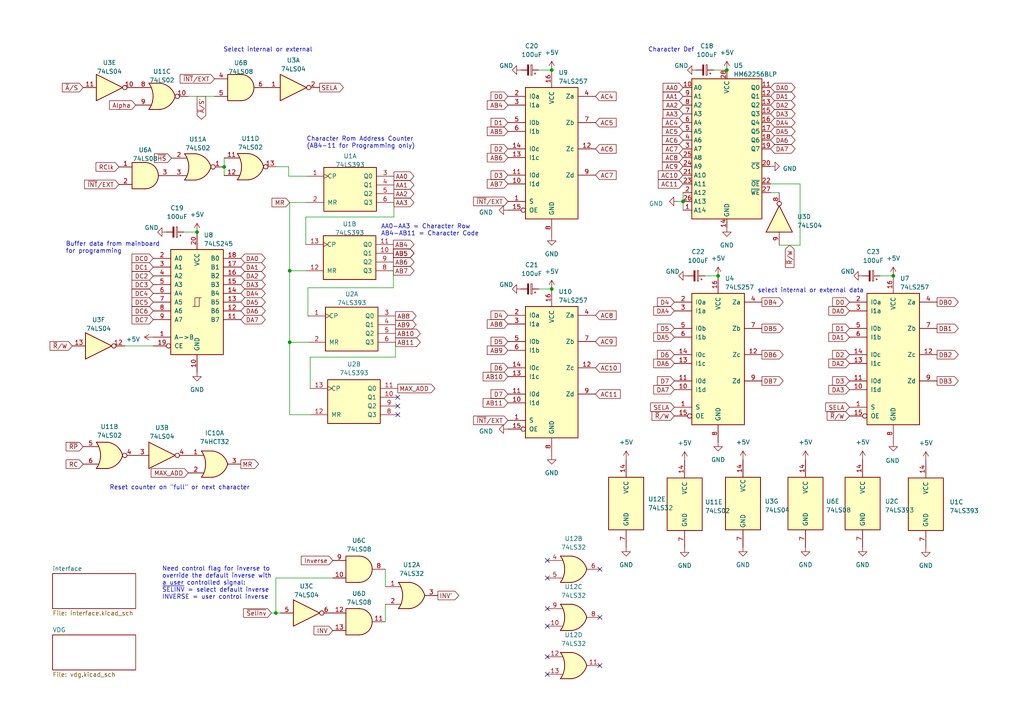
<source format=kicad_sch>
(kicad_sch (version 20230121) (generator eeschema)
  (paper "A4")
  (title_block (date "2023-07-31"))
  (lib_symbols
    (symbol "74xx:74LS02" (pin_names (offset 1.016))
      (property "Reference" "U" (at 0 1.27 0))
      (property "Value" "74LS02" (at 0 -1.27 0))
      (symbol "74LS02_1_1"
        (pin output inverted (at 7.62 0 180) (length 3.81) (name "~") (number "1"))
        (pin input line (at -7.62 2.54 0) (length 4.318) (name "~") (number "2"))
        (pin input line (at -7.62 -2.54 0) (length 4.318) (name "~") (number "3"))
      )
      (symbol "74LS02_1_2"
        (pin output line (at 7.62 0 180) (length 3.81) (name "~") (number "1"))
        (pin input inverted (at -7.62 2.54 0) (length 3.81) (name "~") (number "2"))
        (pin input inverted (at -7.62 -2.54 0) (length 3.81) (name "~") (number "3"))
      )
      (symbol "74LS02_2_1"
        (pin output inverted (at 7.62 0 180) (length 3.81) (name "~") (number "4"))
        (pin input line (at -7.62 2.54 0) (length 4.318) (name "~") (number "5"))
        (pin input line (at -7.62 -2.54 0) (length 4.318) (name "~") (number "6"))
      )
      (symbol "74LS02_2_2"
        (pin output line (at 7.62 0 180) (length 3.81) (name "~") (number "4"))
        (pin input inverted (at -7.62 2.54 0) (length 3.81) (name "~") (number "5"))
        (pin input inverted (at -7.62 -2.54 0) (length 3.81) (name "~") (number "6"))
      )
      (symbol "74LS02_3_1"
        (pin output inverted (at 7.62 0 180) (length 3.81) (name "~") (number "10"))
        (pin input line (at -7.62 2.54 0) (length 4.318) (name "~") (number "8"))
        (pin input line (at -7.62 -2.54 0) (length 4.318) (name "~") (number "9"))
      )
      (symbol "74LS02_3_2"
        (pin output line (at 7.62 0 180) (length 3.81) (name "~") (number "10"))
        (pin input inverted (at -7.62 2.54 0) (length 3.81) (name "~") (number "8"))
        (pin input inverted (at -7.62 -2.54 0) (length 3.81) (name "~") (number "9"))
      )
      (symbol "74LS02_4_1"
        (pin input line (at -7.62 2.54 0) (length 4.318) (name "~") (number "11"))
        (pin input line (at -7.62 -2.54 0) (length 4.318) (name "~") (number "12"))
        (pin output inverted (at 7.62 0 180) (length 3.81) (name "~") (number "13"))
      )
      (symbol "74LS02_4_2"
        (pin input inverted (at -7.62 2.54 0) (length 3.81) (name "~") (number "11"))
        (pin input inverted (at -7.62 -2.54 0) (length 3.81) (name "~") (number "12"))
        (pin output line (at 7.62 0 180) (length 3.81) (name "~") (number "13"))
      )
      (symbol "74LS02_5_0"
        (pin power_in line (at 0 12.7 270) (length 5.08) (name "VCC") (number "14"))
        (pin power_in line (at 0 -12.7 90) (length 5.08) (name "GND") (number "7"))
      )
    )
    (symbol "74xx:74LS04"
      (property "Reference" "U" (at 0 1.27 0))
      (property "Value" "74LS04" (at 0 -1.27 0))
      (symbol "74LS04_1_0"
        (pin input line (at -7.62 0 0) (length 3.81) (name "~") (number "1"))
        (pin output inverted (at 7.62 0 180) (length 3.81) (name "~") (number "2"))
      )
      (symbol "74LS04_2_0"
        (pin input line (at -7.62 0 0) (length 3.81) (name "~") (number "3"))
        (pin output inverted (at 7.62 0 180) (length 3.81) (name "~") (number "4"))
      )
      (symbol "74LS04_3_0"
        (pin input line (at -7.62 0 0) (length 3.81) (name "~") (number "5"))
        (pin output inverted (at 7.62 0 180) (length 3.81) (name "~") (number "6"))
      )
      (symbol "74LS04_4_0"
        (pin output inverted (at 7.62 0 180) (length 3.81) (name "~") (number "8"))
        (pin input line (at -7.62 0 0) (length 3.81) (name "~") (number "9"))
      )
      (symbol "74LS04_5_0"
        (pin output inverted (at 7.62 0 180) (length 3.81) (name "~") (number "10"))
        (pin input line (at -7.62 0 0) (length 3.81) (name "~") (number "11"))
      )
      (symbol "74LS04_6_0"
        (pin output inverted (at 7.62 0 180) (length 3.81) (name "~") (number "12"))
        (pin input line (at -7.62 0 0) (length 3.81) (name "~") (number "13"))
      )
      (symbol "74LS04_7_0"
        (pin power_in line (at 0 12.7 270) (length 5.08) (name "VCC") (number "14"))
        (pin power_in line (at 0 -12.7 90) (length 5.08) (name "GND") (number "7"))
      )
    )
    (symbol "74xx:74LS08" (pin_names (offset 1.016))
      (property "Reference" "U" (at 0 1.27 0))
      (property "Value" "74LS08" (at 0 -1.27 0))
      (symbol "74LS08_1_1"
        (pin input line (at -7.62 2.54 0) (length 3.81) (name "~") (number "1"))
        (pin input line (at -7.62 -2.54 0) (length 3.81) (name "~") (number "2"))
        (pin output line (at 7.62 0 180) (length 3.81) (name "~") (number "3"))
      )
      (symbol "74LS08_1_2"
        (pin input inverted (at -7.62 2.54 0) (length 4.318) (name "~") (number "1"))
        (pin input inverted (at -7.62 -2.54 0) (length 4.318) (name "~") (number "2"))
        (pin output inverted (at 7.62 0 180) (length 3.81) (name "~") (number "3"))
      )
      (symbol "74LS08_2_1"
        (pin input line (at -7.62 2.54 0) (length 3.81) (name "~") (number "4"))
        (pin input line (at -7.62 -2.54 0) (length 3.81) (name "~") (number "5"))
        (pin output line (at 7.62 0 180) (length 3.81) (name "~") (number "6"))
      )
      (symbol "74LS08_2_2"
        (pin input inverted (at -7.62 2.54 0) (length 4.318) (name "~") (number "4"))
        (pin input inverted (at -7.62 -2.54 0) (length 4.318) (name "~") (number "5"))
        (pin output inverted (at 7.62 0 180) (length 3.81) (name "~") (number "6"))
      )
      (symbol "74LS08_3_1"
        (pin input line (at -7.62 -2.54 0) (length 3.81) (name "~") (number "10"))
        (pin output line (at 7.62 0 180) (length 3.81) (name "~") (number "8"))
        (pin input line (at -7.62 2.54 0) (length 3.81) (name "~") (number "9"))
      )
      (symbol "74LS08_3_2"
        (pin input inverted (at -7.62 -2.54 0) (length 4.318) (name "~") (number "10"))
        (pin output inverted (at 7.62 0 180) (length 3.81) (name "~") (number "8"))
        (pin input inverted (at -7.62 2.54 0) (length 4.318) (name "~") (number "9"))
      )
      (symbol "74LS08_4_1"
        (pin output line (at 7.62 0 180) (length 3.81) (name "~") (number "11"))
        (pin input line (at -7.62 2.54 0) (length 3.81) (name "~") (number "12"))
        (pin input line (at -7.62 -2.54 0) (length 3.81) (name "~") (number "13"))
      )
      (symbol "74LS08_4_2"
        (pin output inverted (at 7.62 0 180) (length 3.81) (name "~") (number "11"))
        (pin input inverted (at -7.62 2.54 0) (length 4.318) (name "~") (number "12"))
        (pin input inverted (at -7.62 -2.54 0) (length 4.318) (name "~") (number "13"))
      )
      (symbol "74LS08_5_0"
        (pin power_in line (at 0 12.7 270) (length 5.08) (name "VCC") (number "14"))
        (pin power_in line (at 0 -12.7 90) (length 5.08) (name "GND") (number "7"))
      )
    )
    (symbol "74xx:74LS245" (pin_names (offset 1.016))
      (property "Reference" "U" (at -7.62 16.51 0))
      (property "Value" "74LS245" (at -7.62 -16.51 0))
      (symbol "74LS245_1_0"
        (pin input line (at -12.7 -10.16 0) (length 5.08) (name "A->B") (number "1"))
        (pin power_in line (at 0 -20.32 90) (length 5.08) (name "GND") (number "10"))
        (pin tri_state line (at 12.7 -5.08 180) (length 5.08) (name "B7") (number "11"))
        (pin tri_state line (at 12.7 -2.54 180) (length 5.08) (name "B6") (number "12"))
        (pin tri_state line (at 12.7 0 180) (length 5.08) (name "B5") (number "13"))
        (pin tri_state line (at 12.7 2.54 180) (length 5.08) (name "B4") (number "14"))
        (pin tri_state line (at 12.7 5.08 180) (length 5.08) (name "B3") (number "15"))
        (pin tri_state line (at 12.7 7.62 180) (length 5.08) (name "B2") (number "16"))
        (pin tri_state line (at 12.7 10.16 180) (length 5.08) (name "B1") (number "17"))
        (pin tri_state line (at 12.7 12.7 180) (length 5.08) (name "B0") (number "18"))
        (pin input inverted (at -12.7 -12.7 0) (length 5.08) (name "CE") (number "19"))
        (pin tri_state line (at -12.7 12.7 0) (length 5.08) (name "A0") (number "2"))
        (pin power_in line (at 0 20.32 270) (length 5.08) (name "VCC") (number "20"))
        (pin tri_state line (at -12.7 10.16 0) (length 5.08) (name "A1") (number "3"))
        (pin tri_state line (at -12.7 7.62 0) (length 5.08) (name "A2") (number "4"))
        (pin tri_state line (at -12.7 5.08 0) (length 5.08) (name "A3") (number "5"))
        (pin tri_state line (at -12.7 2.54 0) (length 5.08) (name "A4") (number "6"))
        (pin tri_state line (at -12.7 0 0) (length 5.08) (name "A5") (number "7"))
        (pin tri_state line (at -12.7 -2.54 0) (length 5.08) (name "A6") (number "8"))
        (pin tri_state line (at -12.7 -5.08 0) (length 5.08) (name "A7") (number "9"))
      )
    )
    (symbol "74xx:74LS257" (pin_names (offset 1.016))
      (property "Reference" "U" (at -7.62 19.05 0))
      (property "Value" "74LS257" (at -7.62 -21.59 0))
      (symbol "74LS257_1_0"
        (pin input line (at -12.7 -15.24 0) (length 5.08) (name "S") (number "1"))
        (pin input line (at -12.7 -10.16 0) (length 5.08) (name "I1d") (number "10"))
        (pin input line (at -12.7 -7.62 0) (length 5.08) (name "I0d") (number "11"))
        (pin tri_state line (at 12.7 0 180) (length 5.08) (name "Zc") (number "12"))
        (pin input line (at -12.7 -2.54 0) (length 5.08) (name "I1c") (number "13"))
        (pin input line (at -12.7 0 0) (length 5.08) (name "I0c") (number "14"))
        (pin input inverted (at -12.7 -17.78 0) (length 5.08) (name "OE") (number "15"))
        (pin power_in line (at 0 22.86 270) (length 5.08) (name "VCC") (number "16"))
        (pin input line (at -12.7 15.24 0) (length 5.08) (name "I0a") (number "2"))
        (pin input line (at -12.7 12.7 0) (length 5.08) (name "I1a") (number "3"))
        (pin tri_state line (at 12.7 15.24 180) (length 5.08) (name "Za") (number "4"))
        (pin input line (at -12.7 7.62 0) (length 5.08) (name "I0b") (number "5"))
        (pin input line (at -12.7 5.08 0) (length 5.08) (name "I1b") (number "6"))
        (pin tri_state line (at 12.7 7.62 180) (length 5.08) (name "Zb") (number "7"))
        (pin power_in line (at 0 -25.4 90) (length 5.08) (name "GND") (number "8"))
        (pin tri_state line (at 12.7 -7.62 180) (length 5.08) (name "Zd") (number "9"))
      )
    )
    (symbol "74xx:74LS32" (pin_names (offset 1.016))
      (property "Reference" "U" (at 0 1.27 0))
      (property "Value" "74LS32" (at 0 -1.27 0))
      (symbol "74LS32_1_1"
        (pin input line (at -7.62 2.54 0) (length 4.318) (name "~") (number "1"))
        (pin input line (at -7.62 -2.54 0) (length 4.318) (name "~") (number "2"))
        (pin output line (at 7.62 0 180) (length 3.81) (name "~") (number "3"))
      )
      (symbol "74LS32_1_2"
        (pin input inverted (at -7.62 2.54 0) (length 3.81) (name "~") (number "1"))
        (pin input inverted (at -7.62 -2.54 0) (length 3.81) (name "~") (number "2"))
        (pin output inverted (at 7.62 0 180) (length 3.81) (name "~") (number "3"))
      )
      (symbol "74LS32_2_1"
        (pin input line (at -7.62 2.54 0) (length 4.318) (name "~") (number "4"))
        (pin input line (at -7.62 -2.54 0) (length 4.318) (name "~") (number "5"))
        (pin output line (at 7.62 0 180) (length 3.81) (name "~") (number "6"))
      )
      (symbol "74LS32_2_2"
        (pin input inverted (at -7.62 2.54 0) (length 3.81) (name "~") (number "4"))
        (pin input inverted (at -7.62 -2.54 0) (length 3.81) (name "~") (number "5"))
        (pin output inverted (at 7.62 0 180) (length 3.81) (name "~") (number "6"))
      )
      (symbol "74LS32_3_1"
        (pin input line (at -7.62 -2.54 0) (length 4.318) (name "~") (number "10"))
        (pin output line (at 7.62 0 180) (length 3.81) (name "~") (number "8"))
        (pin input line (at -7.62 2.54 0) (length 4.318) (name "~") (number "9"))
      )
      (symbol "74LS32_3_2"
        (pin input inverted (at -7.62 -2.54 0) (length 3.81) (name "~") (number "10"))
        (pin output inverted (at 7.62 0 180) (length 3.81) (name "~") (number "8"))
        (pin input inverted (at -7.62 2.54 0) (length 3.81) (name "~") (number "9"))
      )
      (symbol "74LS32_4_1"
        (pin output line (at 7.62 0 180) (length 3.81) (name "~") (number "11"))
        (pin input line (at -7.62 2.54 0) (length 4.318) (name "~") (number "12"))
        (pin input line (at -7.62 -2.54 0) (length 4.318) (name "~") (number "13"))
      )
      (symbol "74LS32_4_2"
        (pin output inverted (at 7.62 0 180) (length 3.81) (name "~") (number "11"))
        (pin input inverted (at -7.62 2.54 0) (length 3.81) (name "~") (number "12"))
        (pin input inverted (at -7.62 -2.54 0) (length 3.81) (name "~") (number "13"))
      )
      (symbol "74LS32_5_0"
        (pin power_in line (at 0 12.7 270) (length 5.08) (name "VCC") (number "14"))
        (pin power_in line (at 0 -12.7 90) (length 5.08) (name "GND") (number "7"))
      )
    )
    (symbol "74xx:74LS393" (pin_names (offset 1.016))
      (property "Reference" "U" (at -7.62 8.89 0))
      (property "Value" "74LS393" (at -7.62 -8.89 0))
      (symbol "74LS393_1_0"
        (pin input clock (at -12.7 2.54 0) (length 5.08) (name "CP") (number "1"))
        (pin input line (at -12.7 -5.08 0) (length 5.08) (name "MR") (number "2"))
        (pin output line (at 12.7 2.54 180) (length 5.08) (name "Q0") (number "3"))
        (pin output line (at 12.7 0 180) (length 5.08) (name "Q1") (number "4"))
        (pin output line (at 12.7 -2.54 180) (length 5.08) (name "Q2") (number "5"))
        (pin output line (at 12.7 -5.08 180) (length 5.08) (name "Q3") (number "6"))
      )
      (symbol "74LS393_2_0"
        (pin output line (at 12.7 0 180) (length 5.08) (name "Q1") (number "10"))
        (pin output line (at 12.7 2.54 180) (length 5.08) (name "Q0") (number "11"))
        (pin input line (at -12.7 -5.08 0) (length 5.08) (name "MR") (number "12"))
        (pin input clock (at -12.7 2.54 0) (length 5.08) (name "CP") (number "13"))
        (pin output line (at 12.7 -5.08 180) (length 5.08) (name "Q3") (number "8"))
        (pin output line (at 12.7 -2.54 180) (length 5.08) (name "Q2") (number "9"))
      )
      (symbol "74LS393_3_0"
        (pin power_in line (at 0 12.7 270) (length 5.08) (name "VCC") (number "14"))
        (pin power_in line (at 0 -12.7 90) (length 5.08) (name "GND") (number "7"))
      )
    )
    (symbol "Device:C_Polarized_Small" (pin_numbers hide) (pin_names (offset 0.254) hide)
      (property "Reference" "C" (at 0.254 1.778 0))
      (property "Value" "C_Polarized_Small" (at 0.254 -2.032 0))
      (symbol "C_Polarized_Small_1_1"
        (pin passive line (at 0 2.54 270) (length 1.8542) (name "~") (number "1"))
        (pin passive line (at 0 -2.54 90) (length 1.8542) (name "~") (number "2"))
      )
    )
    (symbol "Memory_RAM:HM62256BLP"
      (property "Reference" "U" (at -10.16 20.955 0))
      (property "Value" "HM62256BLP" (at 2.54 20.955 0))
      (symbol "HM62256BLP_0_0"
        (pin power_in line (at 0 -22.86 90) (length 2.54) (name "GND") (number "14"))
        (pin power_in line (at 0 22.86 270) (length 2.54) (name "VCC") (number "28"))
      )
      (symbol "HM62256BLP_1_1"
        (pin input line (at -12.7 -17.78 0) (length 2.54) (name "A14") (number "1"))
        (pin input line (at -12.7 17.78 0) (length 2.54) (name "A0") (number "10"))
        (pin tri_state line (at 12.7 17.78 180) (length 2.54) (name "Q0") (number "11"))
        (pin tri_state line (at 12.7 15.24 180) (length 2.54) (name "Q1") (number "12"))
        (pin tri_state line (at 12.7 12.7 180) (length 2.54) (name "Q2") (number "13"))
        (pin tri_state line (at 12.7 10.16 180) (length 2.54) (name "Q3") (number "15"))
        (pin tri_state line (at 12.7 7.62 180) (length 2.54) (name "Q4") (number "16"))
        (pin tri_state line (at 12.7 5.08 180) (length 2.54) (name "Q5") (number "17"))
        (pin tri_state line (at 12.7 2.54 180) (length 2.54) (name "Q6") (number "18"))
        (pin tri_state line (at 12.7 0 180) (length 2.54) (name "Q7") (number "19"))
        (pin input line (at -12.7 -12.7 0) (length 2.54) (name "A12") (number "2"))
        (pin input line (at 12.7 -5.08 180) (length 2.54) (name "~{CS}") (number "20"))
        (pin input line (at -12.7 -7.62 0) (length 2.54) (name "A10") (number "21"))
        (pin input line (at 12.7 -10.16 180) (length 2.54) (name "~{OE}") (number "22"))
        (pin input line (at -12.7 -10.16 0) (length 2.54) (name "A11") (number "23"))
        (pin input line (at -12.7 -5.08 0) (length 2.54) (name "A9") (number "24"))
        (pin input line (at -12.7 -2.54 0) (length 2.54) (name "A8") (number "25"))
        (pin input line (at -12.7 -15.24 0) (length 2.54) (name "A13") (number "26"))
        (pin input line (at 12.7 -12.7 180) (length 2.54) (name "~{WE}") (number "27"))
        (pin input line (at -12.7 0 0) (length 2.54) (name "A7") (number "3"))
        (pin input line (at -12.7 2.54 0) (length 2.54) (name "A6") (number "4"))
        (pin input line (at -12.7 5.08 0) (length 2.54) (name "A5") (number "5"))
        (pin input line (at -12.7 7.62 0) (length 2.54) (name "A4") (number "6"))
        (pin input line (at -12.7 10.16 0) (length 2.54) (name "A3") (number "7"))
        (pin input line (at -12.7 12.7 0) (length 2.54) (name "A2") (number "8"))
        (pin input line (at -12.7 15.24 0) (length 2.54) (name "A1") (number "9"))
      )
    )
    (symbol "power:+5V" (power) (pin_names (offset 0))
      (property "Value" "+5V" (at 0 3.556 0))
      (symbol "+5V_1_1"
        (pin power_in line (at 0 0 90) (length 0) hide (name "+5V") (number "1"))
      )
    )
    (symbol "power:GND" (power) (pin_names (offset 0))
      (property "Value" "GND" (at 0 -3.81 0))
      (symbol "GND_1_1"
        (pin power_in line (at 0 0 270) (length 0) hide (name "GND") (number "1"))
      )
    )
  )
  (junction (at 84.0172 78.5368))
  (junction (at 160.02 83.82))
  (junction (at 208.28 80.01))
  (junction (at 80.01 177.8))
  (junction (at 210.82 20.32))
  (junction (at 65.024 48.4124))
  (junction (at 198.12 58.42))
  (junction (at 259.08 80.01))
  (junction (at 160.02 20.32))
  (junction (at 57.15 67.31))
  (junction (at 84.0172 99.2632))
  (no_connect (at 115.3668 115.2144))
  (no_connect (at 115.3668 120.2944))
  (no_connect (at 158.75 190.5))
  (no_connect (at 158.75 176.53))
  (no_connect (at 173.99 193.04))
  (no_connect (at 158.75 181.61))
  (no_connect (at 158.75 162.56))
  (no_connect (at 115.3668 117.7544))
  (no_connect (at 173.99 179.07))
  (no_connect (at 158.75 167.64))
  (no_connect (at 173.99 165.1))
  (no_connect (at 158.75 195.58))
  (wire (pts (xy 85.729 58.7395) (xy 85.729 58.7248)))
  (wire (pts (xy 85.729 58.7248) (xy 88.8492 58.7248)))
  (wire (pts (xy 255.27 80.01) (xy 259.08 80.01)))
  (wire (pts (xy 114.0968 83.4644) (xy 114.0968 78.5368)))
  (wire (pts (xy 156.21 83.82) (xy 160.02 83.82)))
  (wire (pts (xy 114.2492 58.7248) (xy 114.2492 62.9412)))
  (wire (pts (xy 89.3064 83.4644) (xy 114.0968 83.4644)))
  (wire (pts (xy 196.6976 58.42) (xy 198.12 58.42)))
  (wire (pts (xy 84.0172 62.0776) (xy 84.0172 78.5368)))
  (wire (pts (xy 88.6968 62.9412) (xy 88.6968 70.9168)))
  (wire (pts (xy 80.264 48.3616) (xy 83.7184 48.3616)))
  (wire (pts (xy 65.024 45.8216) (xy 65.024 48.4124)))
  (wire (pts (xy 111.76 175.26) (xy 111.76 180.34)))
  (wire (pts (xy 80.01 167.64) (xy 80.01 177.8)))
  (wire (pts (xy 84.0311 62.0776) (xy 84.0311 58.7395)))
  (wire (pts (xy 156.21 20.32) (xy 160.02 20.32)))
  (wire (pts (xy 84.0172 99.2632) (xy 84.0172 120.2944)))
  (wire (pts (xy 83.7184 48.3616) (xy 83.7184 51.1048)))
  (wire (pts (xy 89.3064 91.6432) (xy 89.3064 83.4644)))
  (wire (pts (xy 83.7184 51.1048) (xy 88.8492 51.1048)))
  (wire (pts (xy 84.0172 62.0776) (xy 84.0311 62.0776)))
  (wire (pts (xy 78.74 177.8) (xy 80.01 177.8)))
  (wire (pts (xy 84.0311 58.7395) (xy 85.729 58.7395)))
  (wire (pts (xy 96.52 167.64) (xy 80.01 167.64)))
  (wire (pts (xy 207.01 20.32) (xy 210.82 20.32)))
  (wire (pts (xy 111.76 165.1) (xy 111.76 170.18)))
  (wire (pts (xy 223.52 53.34) (xy 232.0544 53.34)))
  (wire (pts (xy 89.9668 112.6744) (xy 89.9668 103.5812)))
  (wire (pts (xy 198.12 55.88) (xy 198.12 58.42)))
  (wire (pts (xy 65.024 48.4124) (xy 65.024 50.9016)))
  (wire (pts (xy 54.61 27.94) (xy 62.23 27.94)))
  (wire (pts (xy 204.47 80.01) (xy 208.28 80.01)))
  (wire (pts (xy 114.2492 62.9412) (xy 88.6968 62.9412)))
  (wire (pts (xy 84.0172 120.2944) (xy 89.9668 120.2944)))
  (wire (pts (xy 232.0544 53.34) (xy 232.0544 71.12)))
  (wire (pts (xy 84.0172 78.5368) (xy 84.0172 99.2632)))
  (wire (pts (xy 53.34 67.31) (xy 57.15 67.31)))
  (wire (pts (xy 89.9668 103.5812) (xy 114.7064 103.5812)))
  (wire (pts (xy 36.2204 100.33) (xy 44.45 100.33)))
  (wire (pts (xy 114.7064 103.5812) (xy 114.7064 99.2632)))
  (wire (pts (xy 65.024 48.4124) (xy 64.9732 48.4124)))
  (wire (pts (xy 232.0544 71.12) (xy 226.0092 71.12)))
  (wire (pts (xy 198.12 58.42) (xy 198.12 60.96)))
  (wire (pts (xy 80.01 177.8) (xy 81.28 177.8)))
  (wire (pts (xy 84.0172 99.2632) (xy 89.3064 99.2632)))
  (wire (pts (xy 84.0172 78.5368) (xy 88.6968 78.5368)))
  (wire (pts (xy 226.0092 55.88) (xy 223.52 55.88)))
  (text "Character Def" (at 187.96 15.24 0) (effects (font (size 1.27 1.27)) (justify left bottom)))
  (text "Buffer data from mainboard\nfor programming" (at 19.05 73.66 0) (effects (font (size 1.27 1.27)) (justify left bottom)))
  (text "Reset counter on \"full\" or next character" (at 31.75 142.24 0) (effects (font (size 1.27 1.27)) (justify left bottom)))
  (text "Select internal or external" (at 64.77 15.24 0) (effects (font (size 1.27 1.27)) (justify left bottom)))
  (text "select internal or external data" (at 219.71 85.09 0) (effects (font (size 1.27 1.27)) (justify left bottom)))
  (text "Need control flag for inverse to\noverride the default inverse with\na user controlled signal:\n~{SELINV} = select default inverse\nINVERSE = user control inverse" (at 46.99 173.99 0) (effects (font (size 1.27 1.27)) (justify left bottom)))
  (text "AA0-AA3 = Character Row\nAB4-AB11 = Character Code" (at 110.49 68.58 0) (effects (font (size 1.27 1.27)) (justify left bottom)))
  (text "Character Rom Address Counter\n(AB4-11 for Programming only)" (at 88.9 43.18 0) (effects (font (size 1.27 1.27)) (justify left bottom)))
  (global_label "SELA" (shape output) (at 92.71 25.4 0) (property "Intersheetrefs" "${INTERSHEET_REFS}" (effects hide)))
  (global_label "DB6" (shape output) (at 220.98 102.87 0) (property "Intersheetrefs" "${INTERSHEET_REFS}" (effects hide)))
  (global_label "D6" (shape input) (at 147.32 106.68 180) (property "Intersheetrefs" "${INTERSHEET_REFS}" (effects hide)))
  (global_label "AC9" (shape input) (at 198.12 48.26 180) (property "Intersheetrefs" "${INTERSHEET_REFS}" (effects hide)))
  (global_label "AB7" (shape input) (at 147.32 53.34 180) (property "Intersheetrefs" "${INTERSHEET_REFS}" (effects hide)))
  (global_label "MAX_ADD" (shape input) (at 54.61 137.16 180) (property "Intersheetrefs" "${INTERSHEET_REFS}" (effects hide)))
  (global_label "AC11" (shape input) (at 172.72 114.3 0) (property "Intersheetrefs" "${INTERSHEET_REFS}" (effects hide)))
  (global_label "~{R}{slash}W" (shape input) (at 20.9804 100.33 180) (property "Intersheetrefs" "${INTERSHEET_REFS}" (effects hide)))
  (global_label "DA6" (shape input) (at 195.58 105.41 180) (property "Intersheetrefs" "${INTERSHEET_REFS}" (effects hide)))
  (global_label "D4" (shape input) (at 195.58 87.63 180) (property "Intersheetrefs" "${INTERSHEET_REFS}" (effects hide)))
  (global_label "MR" (shape input) (at 84.0311 58.7395 180) (property "Intersheetrefs" "${INTERSHEET_REFS}" (effects hide)))
  (global_label "~{R}{slash}W" (shape input) (at 246.38 120.65 180) (property "Intersheetrefs" "${INTERSHEET_REFS}" (effects hide)))
  (global_label "AC10" (shape input) (at 198.12 50.8 180) (property "Intersheetrefs" "${INTERSHEET_REFS}" (effects hide)))
  (global_label "DB3" (shape output) (at 271.78 110.49 0) (property "Intersheetrefs" "${INTERSHEET_REFS}" (effects hide)))
  (global_label "DA5" (shape input) (at 195.58 97.79 180) (property "Intersheetrefs" "${INTERSHEET_REFS}" (effects hide)))
  (global_label "DA3" (shape input) (at 246.38 113.03 180) (property "Intersheetrefs" "${INTERSHEET_REFS}" (effects hide)))
  (global_label "AB9" (shape output) (at 114.7064 94.1832 0) (property "Intersheetrefs" "${INTERSHEET_REFS}" (effects hide)))
  (global_label "AA1" (shape output) (at 114.2492 53.6448 0) (property "Intersheetrefs" "${INTERSHEET_REFS}" (effects hide)))
  (global_label "AC8" (shape input) (at 172.72 91.44 0) (property "Intersheetrefs" "${INTERSHEET_REFS}" (effects hide)))
  (global_label "DA3" (shape bidirectional) (at 69.85 82.55 0) (property "Intersheetrefs" "${INTERSHEET_REFS}" (effects hide)))
  (global_label "AB4" (shape input) (at 147.32 30.48 180) (property "Intersheetrefs" "${INTERSHEET_REFS}" (effects hide)))
  (global_label "AA0" (shape input) (at 198.12 25.4 180) (property "Intersheetrefs" "${INTERSHEET_REFS}" (effects hide)))
  (global_label "AC11" (shape input) (at 198.12 53.34 180) (property "Intersheetrefs" "${INTERSHEET_REFS}" (effects hide)))
  (global_label "DC7" (shape input) (at 44.45 92.71 180) (property "Intersheetrefs" "${INTERSHEET_REFS}" (effects hide)))
  (global_label "AA1" (shape input) (at 198.12 27.94 180) (property "Intersheetrefs" "${INTERSHEET_REFS}" (effects hide)))
  (global_label "D5" (shape input) (at 147.32 99.06 180) (property "Intersheetrefs" "${INTERSHEET_REFS}" (effects hide)))
  (global_label "AC7" (shape input) (at 198.12 43.18 180) (property "Intersheetrefs" "${INTERSHEET_REFS}" (effects hide)))
  (global_label "AC8" (shape input) (at 198.12 45.72 180) (property "Intersheetrefs" "${INTERSHEET_REFS}" (effects hide)))
  (global_label "AB10" (shape output) (at 114.7064 96.7232 0) (property "Intersheetrefs" "${INTERSHEET_REFS}" (effects hide)))
  (global_label "DC0" (shape input) (at 44.45 74.93 180) (property "Intersheetrefs" "${INTERSHEET_REFS}" (effects hide)))
  (global_label "INV" (shape input) (at 96.52 182.88 180) (property "Intersheetrefs" "${INTERSHEET_REFS}" (effects hide)))
  (global_label "RC" (shape input) (at 24.13 134.62 180) (property "Intersheetrefs" "${INTERSHEET_REFS}" (effects hide)))
  (global_label "SELA" (shape input) (at 246.38 118.11 180) (property "Intersheetrefs" "${INTERSHEET_REFS}" (effects hide)))
  (global_label "D3" (shape input) (at 147.32 50.8 180) (property "Intersheetrefs" "${INTERSHEET_REFS}" (effects hide)))
  (global_label "~{INT}{slash}EXT" (shape input) (at 147.32 58.42 180) (property "Intersheetrefs" "${INTERSHEET_REFS}" (effects hide)))
  (global_label "AB11" (shape input) (at 147.32 116.84 180) (property "Intersheetrefs" "${INTERSHEET_REFS}" (effects hide)))
  (global_label "DC1" (shape input) (at 44.45 77.47 180) (property "Intersheetrefs" "${INTERSHEET_REFS}" (effects hide)))
  (global_label "AB5" (shape output) (at 114.0968 73.4568 0) (property "Intersheetrefs" "${INTERSHEET_REFS}" (effects hide)))
  (global_label "D0" (shape input) (at 246.38 87.63 180) (property "Intersheetrefs" "${INTERSHEET_REFS}" (effects hide)))
  (global_label "D2" (shape input) (at 147.32 43.18 180) (property "Intersheetrefs" "${INTERSHEET_REFS}" (effects hide)))
  (global_label "DA4" (shape bidirectional) (at 69.85 85.09 0) (property "Intersheetrefs" "${INTERSHEET_REFS}" (effects hide)))
  (global_label "AC9" (shape input) (at 172.72 99.06 0) (property "Intersheetrefs" "${INTERSHEET_REFS}" (effects hide)))
  (global_label "DA0" (shape input) (at 246.38 90.17 180) (property "Intersheetrefs" "${INTERSHEET_REFS}" (effects hide)))
  (global_label "DA6" (shape bidirectional) (at 69.85 90.17 0) (property "Intersheetrefs" "${INTERSHEET_REFS}" (effects hide)))
  (global_label "D3" (shape input) (at 246.38 110.49 180) (property "Intersheetrefs" "${INTERSHEET_REFS}" (effects hide)))
  (global_label "AB6" (shape input) (at 147.32 45.72 180) (property "Intersheetrefs" "${INTERSHEET_REFS}" (effects hide)))
  (global_label "DA7" (shape bidirectional) (at 69.85 92.71 0) (property "Intersheetrefs" "${INTERSHEET_REFS}" (effects hide)))
  (global_label "DA5" (shape bidirectional) (at 69.85 87.63 0) (property "Intersheetrefs" "${INTERSHEET_REFS}" (effects hide)))
  (global_label "AC10" (shape input) (at 172.72 106.68 0) (property "Intersheetrefs" "${INTERSHEET_REFS}" (effects hide)))
  (global_label "AB10" (shape input) (at 147.32 109.22 180) (property "Intersheetrefs" "${INTERSHEET_REFS}" (effects hide)))
  (global_label "DA4" (shape input) (at 195.58 90.17 180) (property "Intersheetrefs" "${INTERSHEET_REFS}" (effects hide)))
  (global_label "SELA" (shape input) (at 195.58 118.11 180) (property "Intersheetrefs" "${INTERSHEET_REFS}" (effects hide)))
  (global_label "~{INT}{slash}EXT" (shape input) (at 62.23 22.86 180) (property "Intersheetrefs" "${INTERSHEET_REFS}" (effects hide)))
  (global_label "DC3" (shape input) (at 44.45 82.55 180) (property "Intersheetrefs" "${INTERSHEET_REFS}" (effects hide)))
  (global_label "DA2" (shape bidirectional) (at 223.52 30.48 0) (property "Intersheetrefs" "${INTERSHEET_REFS}" (effects hide)))
  (global_label "AA2" (shape output) (at 114.2492 56.1848 0) (property "Intersheetrefs" "${INTERSHEET_REFS}" (effects hide)))
  (global_label "AC5" (shape input) (at 172.72 35.56 0) (property "Intersheetrefs" "${INTERSHEET_REFS}" (effects hide)))
  (global_label "DA5" (shape bidirectional) (at 223.52 38.1 0) (property "Intersheetrefs" "${INTERSHEET_REFS}" (effects hide)))
  (global_label "AB8" (shape output) (at 114.7064 91.6432 0) (property "Intersheetrefs" "${INTERSHEET_REFS}" (effects hide)))
  (global_label "AB7" (shape output) (at 114.0968 78.5368 0) (property "Intersheetrefs" "${INTERSHEET_REFS}" (effects hide)))
  (global_label "D0" (shape input) (at 147.32 27.94 180) (property "Intersheetrefs" "${INTERSHEET_REFS}" (effects hide)))
  (global_label "DB2" (shape output) (at 271.78 102.87 0) (property "Intersheetrefs" "${INTERSHEET_REFS}" (effects hide)))
  (global_label "~{HS}" (shape input) (at 49.7332 45.8724 180) (property "Intersheetrefs" "${INTERSHEET_REFS}" (effects hide)))
  (global_label "AB4" (shape output) (at 114.0968 70.9168 0) (property "Intersheetrefs" "${INTERSHEET_REFS}" (effects hide)))
  (global_label "D7" (shape input) (at 195.58 110.49 180) (property "Intersheetrefs" "${INTERSHEET_REFS}" (effects hide)))
  (global_label "AB9" (shape input) (at 147.32 101.6 180) (property "Intersheetrefs" "${INTERSHEET_REFS}" (effects hide)))
  (global_label "~{R}{slash}W" (shape input) (at 229.0429 71.12 270) (property "Intersheetrefs" "${INTERSHEET_REFS}" (effects hide)))
  (global_label "AB8" (shape input) (at 147.32 93.98 180) (property "Intersheetrefs" "${INTERSHEET_REFS}" (effects hide)))
  (global_label "AC6" (shape input) (at 198.12 40.64 180) (property "Intersheetrefs" "${INTERSHEET_REFS}" (effects hide)))
  (global_label "DA6" (shape bidirectional) (at 223.52 40.64 0) (property "Intersheetrefs" "${INTERSHEET_REFS}" (effects hide)))
  (global_label "AB11" (shape output) (at 114.7064 99.2632 0) (property "Intersheetrefs" "${INTERSHEET_REFS}" (effects hide)))
  (global_label "D7" (shape input) (at 147.32 114.3 180) (property "Intersheetrefs" "${INTERSHEET_REFS}" (effects hide)))
  (global_label "AB5" (shape input) (at 147.32 38.1 180) (property "Intersheetrefs" "${INTERSHEET_REFS}" (effects hide)))
  (global_label "DB4" (shape output) (at 220.98 87.63 0) (property "Intersheetrefs" "${INTERSHEET_REFS}" (effects hide)))
  (global_label "D1" (shape input) (at 147.32 35.56 180) (property "Intersheetrefs" "${INTERSHEET_REFS}" (effects hide)))
  (global_label "~{R}{slash}W" (shape input) (at 195.58 120.65 180) (property "Intersheetrefs" "${INTERSHEET_REFS}" (effects hide)))
  (global_label "AC5" (shape input) (at 198.12 38.1 180) (property "Intersheetrefs" "${INTERSHEET_REFS}" (effects hide)))
  (global_label "DA1" (shape bidirectional) (at 223.52 27.94 0) (property "Intersheetrefs" "${INTERSHEET_REFS}" (effects hide)))
  (global_label "~{RP}" (shape input) (at 24.13 129.54 180) (property "Intersheetrefs" "${INTERSHEET_REFS}" (effects hide)))
  (global_label "DC4" (shape input) (at 44.45 85.09 180) (property "Intersheetrefs" "${INTERSHEET_REFS}" (effects hide)))
  (global_label "DC2" (shape input) (at 44.45 80.01 180) (property "Intersheetrefs" "${INTERSHEET_REFS}" (effects hide)))
  (global_label "AC4" (shape input) (at 198.12 35.56 180) (property "Intersheetrefs" "${INTERSHEET_REFS}" (effects hide)))
  (global_label "D5" (shape input) (at 195.58 95.25 180) (property "Intersheetrefs" "${INTERSHEET_REFS}" (effects hide)))
  (global_label "AA3" (shape input) (at 198.12 33.02 180) (property "Intersheetrefs" "${INTERSHEET_REFS}" (effects hide)))
  (global_label "DB1" (shape output) (at 271.78 95.25 0) (property "Intersheetrefs" "${INTERSHEET_REFS}" (effects hide)))
  (global_label "AC6" (shape input) (at 172.72 43.18 0) (property "Intersheetrefs" "${INTERSHEET_REFS}" (effects hide)))
  (global_label "~{INT}{slash}EXT" (shape input) (at 147.32 121.92 180) (property "Intersheetrefs" "${INTERSHEET_REFS}" (effects hide)))
  (global_label "MAX_ADD" (shape output) (at 115.3668 112.6744 0) (property "Intersheetrefs" "${INTERSHEET_REFS}" (effects hide)))
  (global_label "INV'" (shape output) (at 127 172.72 0) (property "Intersheetrefs" "${INTERSHEET_REFS}" (effects hide)))
  (global_label "RClk" (shape input) (at 34.4932 48.4124 180) (property "Intersheetrefs" "${INTERSHEET_REFS}" (effects hide)))
  (global_label "~{INT}{slash}EXT" (shape input) (at 34.4932 53.4924 180) (property "Intersheetrefs" "${INTERSHEET_REFS}" (effects hide)))
  (global_label "DA0" (shape bidirectional) (at 69.85 74.93 0) (property "Intersheetrefs" "${INTERSHEET_REFS}" (effects hide)))
  (global_label "~{SelInv}" (shape input) (at 78.74 177.8 180) (property "Intersheetrefs" "${INTERSHEET_REFS}" (effects hide)))
  (global_label "AA0" (shape output) (at 114.2492 51.1048 0) (property "Intersheetrefs" "${INTERSHEET_REFS}" (effects hide)))
  (global_label "~{A}{slash}S" (shape input) (at 24.13 25.4 180) (property "Intersheetrefs" "${INTERSHEET_REFS}" (effects hide)))
  (global_label "AB6" (shape output) (at 114.0968 75.9968 0) (property "Intersheetrefs" "${INTERSHEET_REFS}" (effects hide)))
  (global_label "DA1" (shape bidirectional) (at 69.85 77.47 0) (property "Intersheetrefs" "${INTERSHEET_REFS}" (effects hide)))
  (global_label "DA1" (shape input) (at 246.38 97.79 180) (property "Intersheetrefs" "${INTERSHEET_REFS}" (effects hide)))
  (global_label "DA4" (shape bidirectional) (at 223.52 35.56 0) (property "Intersheetrefs" "${INTERSHEET_REFS}" (effects hide)))
  (global_label "DB0" (shape output) (at 271.78 87.63 0) (property "Intersheetrefs" "${INTERSHEET_REFS}" (effects hide)))
  (global_label "AA3" (shape output) (at 114.2492 58.7248 0) (property "Intersheetrefs" "${INTERSHEET_REFS}" (effects hide)))
  (global_label "D6" (shape input) (at 195.58 102.87 180) (property "Intersheetrefs" "${INTERSHEET_REFS}" (effects hide)))
  (global_label "DA7" (shape input) (at 195.58 113.03 180) (property "Intersheetrefs" "${INTERSHEET_REFS}" (effects hide)))
  (global_label "DA2" (shape input) (at 246.38 105.41 180) (property "Intersheetrefs" "${INTERSHEET_REFS}" (effects hide)))
  (global_label "DB7" (shape output) (at 220.98 110.49 0) (property "Intersheetrefs" "${INTERSHEET_REFS}" (effects hide)))
  (global_label "Inverse" (shape input) (at 96.52 162.56 180) (property "Intersheetrefs" "${INTERSHEET_REFS}" (effects hide)))
  (global_label "DA2" (shape bidirectional) (at 69.85 80.01 0) (property "Intersheetrefs" "${INTERSHEET_REFS}" (effects hide)))
  (global_label "DB5" (shape output) (at 220.98 95.25 0) (property "Intersheetrefs" "${INTERSHEET_REFS}" (effects hide)))
  (global_label "DC5" (shape input) (at 44.45 87.63 180) (property "Intersheetrefs" "${INTERSHEET_REFS}" (effects hide)))
  (global_label "DA7" (shape bidirectional) (at 223.52 43.18 0) (property "Intersheetrefs" "${INTERSHEET_REFS}" (effects hide)))
  (global_label "~{A}{slash}S'" (shape output) (at 58.42 27.94 270) (property "Intersheetrefs" "${INTERSHEET_REFS}" (effects hide)))
  (global_label "AC4" (shape input) (at 172.72 27.94 0) (property "Intersheetrefs" "${INTERSHEET_REFS}" (effects hide)))
  (global_label "AC7" (shape input) (at 172.72 50.8 0) (property "Intersheetrefs" "${INTERSHEET_REFS}" (effects hide)))
  (global_label "DC6" (shape input) (at 44.45 90.17 180) (property "Intersheetrefs" "${INTERSHEET_REFS}" (effects hide)))
  (global_label "DA3" (shape bidirectional) (at 223.52 33.02 0) (property "Intersheetrefs" "${INTERSHEET_REFS}" (effects hide)))
  (global_label "D1" (shape input) (at 246.38 95.25 180) (property "Intersheetrefs" "${INTERSHEET_REFS}" (effects hide)))
  (global_label "D4" (shape input) (at 147.32 91.44 180) (property "Intersheetrefs" "${INTERSHEET_REFS}" (effects hide)))
  (global_label "D2" (shape input) (at 246.38 102.87 180) (property "Intersheetrefs" "${INTERSHEET_REFS}" (effects hide)))
  (global_label "DA0" (shape bidirectional) (at 223.52 25.4 0) (property "Intersheetrefs" "${INTERSHEET_REFS}" (effects hide)))
  (global_label "Alpha" (shape input) (at 39.37 30.48 180) (property "Intersheetrefs" "${INTERSHEET_REFS}" (effects hide)))
  (global_label "MR" (shape output) (at 69.85 134.62 0) (property "Intersheetrefs" "${INTERSHEET_REFS}" (effects hide)))
  (global_label "AA2" (shape input) (at 198.12 30.48 180) (property "Intersheetrefs" "${INTERSHEET_REFS}" (effects hide)))
  (global_label "AB5" (shape output) (at 114.0968 73.4568 0) (property "Intersheetrefs" "${INTERSHEET_REFS}" (effects hide)))
  (symbol (lib_id "74xx:74LS257") (at 259.08 102.87 0) (unit 1)
    (property "Reference" "U7" (at 261.0359 80.772 0) (effects (justify left)))
    (property "Value" "74LS257" (at 261.0359 83.312 0) (effects (justify left)))
    (property "Footprint" "Package_DIP:DIP-16_W7.62mm" (effects hide))
    (property "Datasheet" "http://www.ti.com/lit/gpn/sn74LS257" (effects hide))
  )
  (symbol (lib_id "power:GND") (at 181.61 158.75 0) (unit 1)
    (property "Reference" "#PWR0105" (effects hide))
    (property "Value" "GND" (at 181.61 163.83 0))
  )
  (symbol (lib_id "power:+5V") (at 210.82 20.32 0) (unit 1)
    (property "Reference" "#PWR07" (effects hide))
    (property "Value" "+5V" (at 210.82 15.24 0))
  )
  (symbol (lib_id "power:+5V") (at 250.19 133.35 0) (unit 1)
    (property "Reference" "#PWR015" (effects hide))
    (property "Value" "+5V" (at 250.19 128.27 0))
  )
  (symbol (lib_id "Device:C_Polarized_Small") (at 153.67 20.32 270) (mirror x) (unit 1)
    (property "Reference" "C20" (at 154.2161 13.335 90))
    (property "Value" "100uF" (at 154.2161 15.875 90))
    (property "Footprint" "Capacitor_SMD:CP_Elec_6.3x5.8" (effects hide))
    (property "Datasheet" "https://www.we-online.com/katalog/datasheet/860010372006.pdf" (effects hide))
    (property "DigiKey" "732-8598-1-ND" (effects hide))
  )
  (symbol (lib_id "power:GND") (at 215.4936 158.75 0) (unit 1)
    (property "Reference" "#PWR020" (effects hide))
    (property "Value" "GND" (at 215.4936 163.83 0))
  )
  (symbol (lib_id "74xx:74LS32") (at 181.61 146.05 0) (unit 5)
    (property "Reference" "U12" (at 187.96 144.78 0) (effects (justify left)))
    (property "Value" "74LS32" (at 187.96 147.32 0) (effects (justify left)))
    (property "Footprint" "Package_DIP:DIP-14_W7.62mm" (effects hide))
    (property "Datasheet" "http://www.ti.com/lit/gpn/sn74LS32" (effects hide))
  )
  (symbol (lib_id "74xx:74LS393") (at 102.0064 94.1832 0) (unit 1)
    (property "Reference" "U2" (at 102.0064 85.2932 0))
    (property "Value" "74LS393" (at 102.0064 87.8332 0))
    (property "Footprint" "Package_DIP:DIP-14_W7.62mm" (effects hide))
    (property "Datasheet" "74xx\\74LS393.pdf" (effects hide))
  )
  (symbol (lib_id "power:GND") (at 233.6292 158.75 0) (unit 1)
    (property "Reference" "#PWR019" (effects hide))
    (property "Value" "GND" (at 233.6292 163.83 0))
  )
  (symbol (lib_id "power:+5V") (at 160.02 83.82 0) (unit 1)
    (property "Reference" "#PWR010" (effects hide))
    (property "Value" "+5V" (at 160.02 78.74 0))
  )
  (symbol (lib_id "power:GND") (at 259.08 128.27 0) (unit 1)
    (property "Reference" "#PWR027" (effects hide))
    (property "Value" "GND" (at 258.8768 133.604 0))
  )
  (symbol (lib_id "power:GND") (at 147.32 60.96 270) (unit 1)
    (property "Reference" "#PWR03" (effects hide))
    (property "Value" "GND" (at 143.002 61.595 90) (effects (justify right)))
  )
  (symbol (lib_id "power:GND") (at 151.13 20.32 270) (unit 1)
    (property "Reference" "#PWR094" (effects hide))
    (property "Value" "GND" (at 144.78 19.05 90) (effects (justify left)))
  )
  (symbol (lib_id "74xx:74LS257") (at 160.02 43.18 0) (unit 1)
    (property "Reference" "U9" (at 161.9759 21.082 0) (effects (justify left)))
    (property "Value" "74LS257" (at 161.9759 23.622 0) (effects (justify left)))
    (property "Footprint" "Package_DIP:DIP-16_W7.62mm" (effects hide))
    (property "Datasheet" "http://www.ti.com/lit/gpn/sn74LS257" (effects hide))
  )
  (symbol (lib_id "74xx:74LS245") (at 57.15 87.63 0) (unit 1)
    (property "Reference" "U8" (at 59.1059 68.1736 0) (effects (justify left)))
    (property "Value" "74LS245" (at 59.1059 70.7136 0) (effects (justify left)))
    (property "Footprint" "Package_DIP:DIP-20_W7.62mm" (effects hide))
    (property "Datasheet" "http://www.ti.com/lit/gpn/sn74LS245" (effects hide))
  )
  (symbol (lib_id "power:+5V") (at 259.08 80.01 0) (unit 1)
    (property "Reference" "#PWR08" (effects hide))
    (property "Value" "+5V" (at 259.08 74.93 0))
  )
  (symbol (lib_id "74xx:74LS393") (at 101.3968 73.4568 0) (unit 2)
    (property "Reference" "U1" (at 101.3968 64.9732 0))
    (property "Value" "74LS393" (at 101.3968 67.5132 0))
    (property "Footprint" "Package_DIP:DIP-14_W7.62mm" (effects hide))
    (property "Datasheet" "74xx\\74LS393.pdf" (effects hide))
  )
  (symbol (lib_id "74xx:74LS04") (at 46.99 132.08 0) (unit 2)
    (property "Reference" "U3" (at 46.99 124.0536 0))
    (property "Value" "74LS04" (at 46.99 126.5936 0))
    (property "Footprint" "Package_DIP:DIP-14_W7.62mm" (effects hide))
    (property "Datasheet" "http://www.ti.com/lit/gpn/sn74LS04" (effects hide))
  )
  (symbol (lib_id "power:+5V") (at 215.4936 133.35 0) (unit 1)
    (property "Reference" "#PWR013" (effects hide))
    (property "Value" "+5V" (at 215.4936 128.27 0))
  )
  (symbol (lib_id "power:GND") (at 196.6976 58.42 270) (unit 1)
    (property "Reference" "#PWR02" (effects hide))
    (property "Value" "GND" (at 192.3288 59.055 90) (effects (justify right)))
  )
  (symbol (lib_id "74xx:74LS04") (at 88.9 177.8 0) (unit 3)
    (property "Reference" "U3" (at 88.9 170.0276 0))
    (property "Value" "74LS04" (at 88.9 172.5676 0))
    (property "Footprint" "Package_DIP:DIP-14_W7.62mm" (effects hide))
    (property "Datasheet" "http://www.ti.com/lit/gpn/sn74LS04" (effects hide))
  )
  (symbol (lib_id "Device:C_Polarized_Small") (at 50.8 67.31 270) (mirror x) (unit 1)
    (property "Reference" "C19" (at 51.3461 60.325 90))
    (property "Value" "100uF" (at 51.3461 62.865 90))
    (property "Footprint" "Capacitor_SMD:CP_Elec_6.3x5.8" (effects hide))
    (property "Datasheet" "https://www.we-online.com/katalog/datasheet/860010372006.pdf" (effects hide))
    (property "DigiKey" "732-8598-1-ND" (effects hide))
  )
  (symbol (lib_id "74xx:74LS393") (at 268.5288 146.2532 0) (unit 3)
    (property "Reference" "U1" (at 275.3868 145.6182 0) (effects (justify left)))
    (property "Value" "74LS393" (at 275.3868 148.1582 0) (effects (justify left)))
    (property "Footprint" "Package_DIP:DIP-14_W7.62mm" (effects hide))
    (property "Datasheet" "74xx\\74LS393.pdf" (effects hide))
  )
  (symbol (lib_id "74xx:74LS32") (at 119.38 172.72 0) (unit 1)
    (property "Reference" "U12" (at 119.38 163.83 0))
    (property "Value" "74LS32" (at 119.38 166.37 0))
    (property "Footprint" "Package_DIP:DIP-14_W7.62mm" (effects hide))
    (property "Datasheet" "http://www.ti.com/lit/gpn/sn74LS32" (effects hide))
  )
  (symbol (lib_id "74xx:74LS08") (at 104.14 180.34 0) (unit 4)
    (property "Reference" "U6" (at 104.1317 172.1612 0))
    (property "Value" "74LS08" (at 104.1317 174.7012 0))
    (property "Footprint" "Package_DIP:DIP-14_W7.62mm" (effects hide))
    (property "Datasheet" "http://www.ti.com/lit/gpn/sn74LS08" (effects hide))
  )
  (symbol (lib_id "power:+5V") (at 160.02 20.32 0) (unit 1)
    (property "Reference" "#PWR06" (effects hide))
    (property "Value" "+5V" (at 160.02 15.24 0))
  )
  (symbol (lib_id "74xx:74LS02") (at 46.99 27.94 0) (unit 3)
    (property "Reference" "U11" (at 46.99 20.7264 0))
    (property "Value" "74LS02" (at 46.99 23.2664 0))
    (property "Footprint" "Package_DIP:DIP-14_W7.62mm" (effects hide))
    (property "Datasheet" "http://www.ti.com/lit/gpn/sn74ls02" (effects hide))
  )
  (symbol (lib_id "Device:C_Polarized_Small") (at 252.73 80.01 270) (mirror x) (unit 1)
    (property "Reference" "C23" (at 253.2761 73.025 90))
    (property "Value" "100uF" (at 253.2761 75.565 90))
    (property "Footprint" "Capacitor_SMD:CP_Elec_6.3x5.8" (effects hide))
    (property "Datasheet" "https://www.we-online.com/katalog/datasheet/860010372006.pdf" (effects hide))
    (property "DigiKey" "732-8598-1-ND" (effects hide))
  )
  (symbol (lib_id "power:+5V") (at 233.6292 133.35 0) (unit 1)
    (property "Reference" "#PWR014" (effects hide))
    (property "Value" "+5V" (at 233.6292 128.27 0))
  )
  (symbol (lib_id "power:GND") (at 199.39 80.01 270) (unit 1)
    (property "Reference" "#PWR0102" (effects hide))
    (property "Value" "GND" (at 193.04 78.74 90) (effects (justify left)))
  )
  (symbol (lib_id "power:GND") (at 210.82 66.04 0) (unit 1)
    (property "Reference" "#PWR023" (effects hide))
    (property "Value" "GND" (at 210.82 71.12 0))
  )
  (symbol (lib_id "74xx:74LS02") (at 57.3532 48.4124 0) (unit 1)
    (property "Reference" "U11" (at 57.3532 40.386 0))
    (property "Value" "74LS02" (at 57.3532 42.926 0))
    (property "Footprint" "Package_DIP:DIP-14_W7.62mm" (effects hide))
    (property "Datasheet" "http://www.ti.com/lit/gpn/sn74ls02" (effects hide))
  )
  (symbol (lib_id "Device:C_Polarized_Small") (at 201.93 80.01 270) (mirror x) (unit 1)
    (property "Reference" "C22" (at 202.4761 73.025 90))
    (property "Value" "100uF" (at 202.4761 75.565 90))
    (property "Footprint" "Capacitor_SMD:CP_Elec_6.3x5.8" (effects hide))
    (property "Datasheet" "https://www.we-online.com/katalog/datasheet/860010372006.pdf" (effects hide))
    (property "DigiKey" "732-8598-1-ND" (effects hide))
  )
  (symbol (lib_id "74xx:74LS04") (at 215.4936 146.05 0) (unit 7)
    (property "Reference" "U3" (at 221.7928 145.415 0) (effects (justify left)))
    (property "Value" "74LS04" (at 221.7928 147.955 0) (effects (justify left)))
    (property "Footprint" "Package_DIP:DIP-14_W7.62mm" (effects hide))
    (property "Datasheet" "http://www.ti.com/lit/gpn/sn74LS04" (effects hide))
  )
  (symbol (lib_id "power:GND") (at 198.5772 158.9532 0) (unit 1)
    (property "Reference" "#PWR021" (effects hide))
    (property "Value" "GND" (at 198.5772 164.0332 0))
  )
  (symbol (lib_id "Device:C_Polarized_Small") (at 204.47 20.32 270) (mirror x) (unit 1)
    (property "Reference" "C18" (at 205.0161 13.335 90))
    (property "Value" "100uF" (at 205.0161 15.875 90))
    (property "Footprint" "Capacitor_SMD:CP_Elec_6.3x5.8" (effects hide))
    (property "Datasheet" "https://www.we-online.com/katalog/datasheet/860010372006.pdf" (effects hide))
    (property "DigiKey" "732-8598-1-ND" (effects hide))
  )
  (symbol (lib_id "power:GND") (at 208.28 128.27 0) (unit 1)
    (property "Reference" "#PWR022" (effects hide))
    (property "Value" "GND" (at 208.28 133.35 0))
  )
  (symbol (lib_id "Memory_RAM:HM62256BLP") (at 210.82 43.18 0) (unit 1)
    (property "Reference" "U5" (at 212.7759 18.9992 0) (effects (justify left)))
    (property "Value" "HM62256BLP" (at 212.7759 21.5392 0) (effects (justify left)))
    (property "Footprint" "Package_DIP:DIP-28_W15.24mm" (effects hide))
    (property "Datasheet" "https://web.mit.edu/6.115/www/document/62256.pdf" (effects hide))
  )
  (symbol (lib_id "74xx:74LS04") (at 85.09 25.4 0) (unit 1)
    (property "Reference" "U3" (at 85.09 17.4752 0))
    (property "Value" "74LS04" (at 85.09 20.0152 0))
    (property "Footprint" "Package_DIP:DIP-14_W7.62mm" (effects hide))
    (property "Datasheet" "http://www.ti.com/lit/gpn/sn74LS04" (effects hide))
  )
  (symbol (lib_id "power:GND") (at 160.02 132.08 0) (unit 1)
    (property "Reference" "#PWR025" (effects hide))
    (property "Value" "GND" (at 160.02 137.16 0))
  )
  (symbol (lib_id "power:GND") (at 250.19 80.01 270) (unit 1)
    (property "Reference" "#PWR0103" (effects hide))
    (property "Value" "GND" (at 243.84 78.74 90) (effects (justify left)))
  )
  (symbol (lib_id "power:GND") (at 223.52 48.26 90) (unit 1)
    (property "Reference" "#PWR05" (effects hide))
    (property "Value" "GND" (at 227.0252 48.895 90) (effects (justify right)))
  )
  (symbol (lib_id "74xx:74LS257") (at 208.28 102.87 0) (unit 1)
    (property "Reference" "U4" (at 210.2359 80.772 0) (effects (justify left)))
    (property "Value" "74LS257" (at 210.2359 83.312 0) (effects (justify left)))
    (property "Footprint" "Package_DIP:DIP-16_W7.62mm" (effects hide))
    (property "Datasheet" "http://www.ti.com/lit/gpn/sn74LS257" (effects hide))
  )
  (symbol (lib_id "power:+5V") (at 44.45 97.79 90) (unit 1)
    (property "Reference" "#PWR01" (effects hide))
    (property "Value" "+5V" (at 40.64 98.425 90) (effects (justify left)))
  )
  (symbol (lib_id "74xx:74LS32") (at 62.23 134.62 0) (unit 1)
    (property "Reference" "IC10" (at 62.23 125.603 0))
    (property "Value" "74HCT32" (at 62.23 128.143 0))
    (property "Footprint" "Package_SO:SOIC-16_3.9x9.9mm_P1.27mm" (effects hide))
    (property "Datasheet" "http://www.ti.com/lit/gpn/sn74LS32" (effects hide))
    (property "DigiKey" "296-1658-5-ND" (effects hide))
  )
  (symbol (lib_id "74xx:74LS04") (at 226.0092 63.5 90) (unit 4)
    (property "Reference" "U3" (at 231.1908 62.865 90) (effects (justify right)))
    (property "Value" "74LS04" (at 231.1908 65.405 90) (effects (justify right)))
    (property "Footprint" "Package_DIP:DIP-14_W7.62mm" (effects hide))
    (property "Datasheet" "http://www.ti.com/lit/gpn/sn74LS04" (effects hide))
  )
  (symbol (lib_id "74xx:74LS02") (at 198.5772 146.2532 0) (unit 5)
    (property "Reference" "U11" (at 204.47 145.6182 0) (effects (justify left)))
    (property "Value" "74LS02" (at 204.47 148.1582 0) (effects (justify left)))
    (property "Footprint" "Package_DIP:DIP-14_W7.62mm" (effects hide))
    (property "Datasheet" "http://www.ti.com/lit/gpn/sn74ls02" (effects hide))
  )
  (symbol (lib_id "74xx:74LS32") (at 166.37 179.07 0) (unit 3)
    (property "Reference" "U12" (at 166.37 170.18 0))
    (property "Value" "74LS32" (at 166.37 172.72 0))
    (property "Footprint" "Package_DIP:DIP-14_W7.62mm" (effects hide))
    (property "Datasheet" "http://www.ti.com/lit/gpn/sn74LS32" (effects hide))
  )
  (symbol (lib_id "74xx:74LS32") (at 166.37 165.1 0) (unit 2)
    (property "Reference" "U12" (at 166.37 156.21 0))
    (property "Value" "74LS32" (at 166.37 158.75 0))
    (property "Footprint" "Package_DIP:DIP-14_W7.62mm" (effects hide))
    (property "Datasheet" "http://www.ti.com/lit/gpn/sn74LS32" (effects hide))
  )
  (symbol (lib_id "74xx:74LS08") (at 42.1132 50.9524 0) (unit 1)
    (property "Reference" "U6" (at 42.1049 43.4848 0))
    (property "Value" "74LS08" (at 42.1049 46.0248 0))
    (property "Footprint" "Package_DIP:DIP-14_W7.62mm" (effects hide))
    (property "Datasheet" "http://www.ti.com/lit/gpn/sn74LS08" (effects hide))
  )
  (symbol (lib_id "Device:C_Polarized_Small") (at 153.67 83.82 270) (mirror x) (unit 1)
    (property "Reference" "C21" (at 154.2161 76.835 90))
    (property "Value" "100uF" (at 154.2161 79.375 90))
    (property "Footprint" "Capacitor_SMD:CP_Elec_6.3x5.8" (effects hide))
    (property "Datasheet" "https://www.we-online.com/katalog/datasheet/860010372006.pdf" (effects hide))
    (property "DigiKey" "732-8598-1-ND" (effects hide))
  )
  (symbol (lib_id "74xx:74LS32") (at 166.37 193.04 0) (unit 4)
    (property "Reference" "U12" (at 166.37 184.15 0))
    (property "Value" "74LS32" (at 166.37 186.69 0))
    (property "Footprint" "Package_DIP:DIP-14_W7.62mm" (effects hide))
    (property "Datasheet" "http://www.ti.com/lit/gpn/sn74LS32" (effects hide))
  )
  (symbol (lib_id "74xx:74LS04") (at 31.75 25.4 0) (unit 5)
    (property "Reference" "U3" (at 31.75 18.1864 0))
    (property "Value" "74LS04" (at 31.75 20.7264 0))
    (property "Footprint" "Package_DIP:DIP-14_W7.62mm" (effects hide))
    (property "Datasheet" "http://www.ti.com/lit/gpn/sn74LS04" (effects hide))
  )
  (symbol (lib_id "74xx:74LS08") (at 104.14 165.1 0) (unit 3)
    (property "Reference" "U6" (at 104.1317 156.7688 0))
    (property "Value" "74LS08" (at 104.1317 159.3088 0))
    (property "Footprint" "Package_DIP:DIP-14_W7.62mm" (effects hide))
    (property "Datasheet" "http://www.ti.com/lit/gpn/sn74LS08" (effects hide))
  )
  (symbol (lib_id "power:GND") (at 250.19 158.75 0) (unit 1)
    (property "Reference" "#PWR018" (effects hide))
    (property "Value" "GND" (at 250.19 163.83 0))
  )
  (symbol (lib_id "74xx:74LS257") (at 160.02 106.68 0) (unit 1)
    (property "Reference" "U10" (at 161.9759 84.582 0) (effects (justify left)))
    (property "Value" "74LS257" (at 161.9759 87.122 0) (effects (justify left)))
    (property "Footprint" "Package_DIP:DIP-16_W7.62mm" (effects hide))
    (property "Datasheet" "http://www.ti.com/lit/gpn/sn74LS257" (effects hide))
  )
  (symbol (lib_id "74xx:74LS02") (at 72.644 48.3616 0) (unit 4)
    (property "Reference" "U11" (at 72.644 40.1828 0))
    (property "Value" "74LS02" (at 72.644 42.7228 0))
    (property "Footprint" "Package_DIP:DIP-14_W7.62mm" (effects hide))
    (property "Datasheet" "http://www.ti.com/lit/gpn/sn74ls02" (effects hide))
  )
  (symbol (lib_id "power:GND") (at 151.13 83.82 270) (unit 1)
    (property "Reference" "#PWR0101" (effects hide))
    (property "Value" "GND" (at 144.78 82.55 90) (effects (justify left)))
  )
  (symbol (lib_id "power:GND") (at 48.26 67.31 270) (unit 1)
    (property "Reference" "#PWR093" (effects hide))
    (property "Value" "GND" (at 41.91 66.04 90) (effects (justify left)))
  )
  (symbol (lib_id "74xx:74LS393") (at 250.19 146.05 0) (unit 3)
    (property "Reference" "U2" (at 256.6416 145.415 0) (effects (justify left)))
    (property "Value" "74LS393" (at 256.6416 147.955 0) (effects (justify left)))
    (property "Footprint" "Package_DIP:DIP-14_W7.62mm" (effects hide))
    (property "Datasheet" "74xx\\74LS393.pdf" (effects hide))
  )
  (symbol (lib_id "74xx:74LS02") (at 31.75 132.08 0) (unit 2)
    (property "Reference" "U11" (at 31.75 123.7488 0))
    (property "Value" "74LS02" (at 31.75 126.2888 0))
    (property "Footprint" "Package_DIP:DIP-14_W7.62mm" (effects hide))
    (property "Datasheet" "http://www.ti.com/lit/gpn/sn74ls02" (effects hide))
  )
  (symbol (lib_id "power:GND") (at 201.93 20.32 270) (unit 1)
    (property "Reference" "#PWR092" (effects hide))
    (property "Value" "GND" (at 195.58 19.05 90) (effects (justify left)))
  )
  (symbol (lib_id "power:+5V") (at 208.28 80.01 0) (unit 1)
    (property "Reference" "#PWR09" (effects hide))
    (property "Value" "+5V" (at 208.28 74.93 0))
  )
  (symbol (lib_id "power:+5V") (at 181.61 133.35 0) (unit 1)
    (property "Reference" "#PWR0104" (effects hide))
    (property "Value" "+5V" (at 181.61 128.27 0))
  )
  (symbol (lib_id "power:GND") (at 57.15 107.95 0) (unit 1)
    (property "Reference" "#PWR026" (effects hide))
    (property "Value" "GND" (at 57.15 113.03 0))
  )
  (symbol (lib_id "power:GND") (at 268.5288 158.9532 0) (unit 1)
    (property "Reference" "#PWR017" (effects hide))
    (property "Value" "GND" (at 268.5288 164.0332 0))
  )
  (symbol (lib_id "power:+5V") (at 198.5772 133.5532 0) (unit 1)
    (property "Reference" "#PWR012" (effects hide))
    (property "Value" "+5V" (at 198.5772 128.4732 0))
  )
  (symbol (lib_id "74xx:74LS04") (at 28.6004 100.33 0) (unit 6)
    (property "Reference" "U3" (at 28.6004 92.7608 0))
    (property "Value" "74LS04" (at 28.6004 95.3008 0))
    (property "Footprint" "Package_DIP:DIP-14_W7.62mm" (effects hide))
    (property "Datasheet" "http://www.ti.com/lit/gpn/sn74LS04" (effects hide))
  )
  (symbol (lib_id "power:GND") (at 147.32 124.46 270) (unit 1)
    (property "Reference" "#PWR04" (effects hide))
    (property "Value" "GND" (at 143.002 125.095 90) (effects (justify right)))
  )
  (symbol (lib_id "74xx:74LS393") (at 102.6668 115.2144 0) (unit 2)
    (property "Reference" "U2" (at 102.6668 105.6132 0))
    (property "Value" "74LS393" (at 102.6668 108.1532 0))
    (property "Footprint" "Package_DIP:DIP-14_W7.62mm" (effects hide))
    (property "Datasheet" "74xx\\74LS393.pdf" (effects hide))
  )
  (symbol (lib_id "power:+5V") (at 57.15 67.31 0) (unit 1)
    (property "Reference" "#PWR011" (effects hide))
    (property "Value" "+5V" (at 57.15 62.23 0))
  )
  (symbol (lib_id "74xx:74LS08") (at 69.85 25.4 0) (unit 2)
    (property "Reference" "U6" (at 69.8417 18.2372 0))
    (property "Value" "74LS08" (at 69.8417 20.7772 0))
    (property "Footprint" "Package_DIP:DIP-14_W7.62mm" (effects hide))
    (property "Datasheet" "http://www.ti.com/lit/gpn/sn74LS08" (effects hide))
  )
  (symbol (lib_id "power:+5V") (at 268.5288 133.5532 0) (unit 1)
    (property "Reference" "#PWR016" (effects hide))
    (property "Value" "+5V" (at 268.5288 128.4732 0))
  )
  (symbol (lib_id "power:GND") (at 160.02 68.58 0) (unit 1)
    (property "Reference" "#PWR024" (effects hide))
    (property "Value" "GND" (at 160.02 73.66 0))
  )
  (symbol (lib_id "74xx:74LS08") (at 233.6292 146.05 0) (unit 5)
    (property "Reference" "U6" (at 239.5728 145.415 0) (effects (justify left)))
    (property "Value" "74LS08" (at 239.5728 147.955 0) (effects (justify left)))
    (property "Footprint" "Package_DIP:DIP-14_W7.62mm" (effects hide))
    (property "Datasheet" "http://www.ti.com/lit/gpn/sn74LS08" (effects hide))
  )
  (symbol (lib_id "74xx:74LS393") (at 101.5492 53.6448 0) (unit 1)
    (property "Reference" "U1" (at 101.5492 45.2628 0))
    (property "Value" "74LS393" (at 101.5492 47.8028 0))
    (property "Footprint" "Package_DIP:DIP-14_W7.62mm" (effects hide))
    (property "Datasheet" "74xx\\74LS393.pdf" (effects hide))
  )
  (sheet (at 15.24 166.37) (size 24.13 10.16) (stroke (width 0.1524))
    (property "Sheetname" "interface" (at 15.24 165.6584 0) (effects (justify left bottom)))
    (property "Sheetfile" "interface.kicad_sch" (at 15.24 177.1146 0) (effects (justify left top)))
  )
  (sheet (at 15.24 184.15) (size 24.13 10.16) (stroke (width 0.1524))
    (property "Sheetname" "VDG" (at 15.24 183.4384 0) (effects (justify left bottom)))
    (property "Sheetfile" "vdg.kicad_sch" (at 15.24 194.8946 0) (effects (justify left top)))
  )
)
</source>
